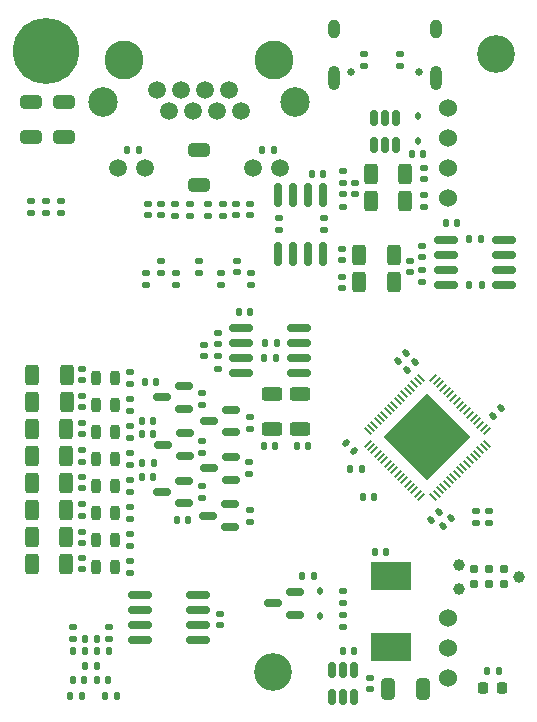
<source format=gbr>
%TF.GenerationSoftware,KiCad,Pcbnew,8.0.0*%
%TF.CreationDate,2024-03-22T12:56:57+01:00*%
%TF.ProjectId,WCH-ETH-LOW,5743482d-4554-4482-9d4c-4f572e6b6963,rev?*%
%TF.SameCoordinates,Original*%
%TF.FileFunction,Soldermask,Bot*%
%TF.FilePolarity,Negative*%
%FSLAX46Y46*%
G04 Gerber Fmt 4.6, Leading zero omitted, Abs format (unit mm)*
G04 Created by KiCad (PCBNEW 8.0.0) date 2024-03-22 12:56:57*
%MOMM*%
%LPD*%
G01*
G04 APERTURE LIST*
G04 Aperture macros list*
%AMRoundRect*
0 Rectangle with rounded corners*
0 $1 Rounding radius*
0 $2 $3 $4 $5 $6 $7 $8 $9 X,Y pos of 4 corners*
0 Add a 4 corners polygon primitive as box body*
4,1,4,$2,$3,$4,$5,$6,$7,$8,$9,$2,$3,0*
0 Add four circle primitives for the rounded corners*
1,1,$1+$1,$2,$3*
1,1,$1+$1,$4,$5*
1,1,$1+$1,$6,$7*
1,1,$1+$1,$8,$9*
0 Add four rect primitives between the rounded corners*
20,1,$1+$1,$2,$3,$4,$5,0*
20,1,$1+$1,$4,$5,$6,$7,0*
20,1,$1+$1,$6,$7,$8,$9,0*
20,1,$1+$1,$8,$9,$2,$3,0*%
%AMRotRect*
0 Rectangle, with rotation*
0 The origin of the aperture is its center*
0 $1 length*
0 $2 width*
0 $3 Rotation angle, in degrees counterclockwise*
0 Add horizontal line*
21,1,$1,$2,0,0,$3*%
G04 Aperture macros list end*
%ADD10C,0.650000*%
%ADD11O,1.000000X2.100000*%
%ADD12O,1.000000X1.600000*%
%ADD13C,3.200000*%
%ADD14C,3.600000*%
%ADD15C,5.600000*%
%ADD16C,2.500000*%
%ADD17C,1.520000*%
%ADD18C,3.300000*%
%ADD19C,1.524000*%
%ADD20RoundRect,0.140000X0.021213X-0.219203X0.219203X-0.021213X-0.021213X0.219203X-0.219203X0.021213X0*%
%ADD21RoundRect,0.250000X-0.312500X-0.625000X0.312500X-0.625000X0.312500X0.625000X-0.312500X0.625000X0*%
%ADD22RoundRect,0.112500X0.112500X-0.187500X0.112500X0.187500X-0.112500X0.187500X-0.112500X-0.187500X0*%
%ADD23RoundRect,0.140000X-0.170000X0.140000X-0.170000X-0.140000X0.170000X-0.140000X0.170000X0.140000X0*%
%ADD24RoundRect,0.140000X0.140000X0.170000X-0.140000X0.170000X-0.140000X-0.170000X0.140000X-0.170000X0*%
%ADD25RoundRect,0.150000X0.587500X0.150000X-0.587500X0.150000X-0.587500X-0.150000X0.587500X-0.150000X0*%
%ADD26RoundRect,0.140000X-0.140000X-0.170000X0.140000X-0.170000X0.140000X0.170000X-0.140000X0.170000X0*%
%ADD27RoundRect,0.250000X0.312500X0.625000X-0.312500X0.625000X-0.312500X-0.625000X0.312500X-0.625000X0*%
%ADD28RoundRect,0.250000X0.325000X0.650000X-0.325000X0.650000X-0.325000X-0.650000X0.325000X-0.650000X0*%
%ADD29RoundRect,0.135000X0.185000X-0.135000X0.185000X0.135000X-0.185000X0.135000X-0.185000X-0.135000X0*%
%ADD30RoundRect,0.147500X0.147500X0.172500X-0.147500X0.172500X-0.147500X-0.172500X0.147500X-0.172500X0*%
%ADD31RoundRect,0.250000X-0.625000X0.312500X-0.625000X-0.312500X0.625000X-0.312500X0.625000X0.312500X0*%
%ADD32RoundRect,0.147500X-0.147500X-0.172500X0.147500X-0.172500X0.147500X0.172500X-0.147500X0.172500X0*%
%ADD33RoundRect,0.135000X0.135000X0.185000X-0.135000X0.185000X-0.135000X-0.185000X0.135000X-0.185000X0*%
%ADD34RoundRect,0.135000X-0.135000X-0.185000X0.135000X-0.185000X0.135000X0.185000X-0.135000X0.185000X0*%
%ADD35RoundRect,0.218750X0.218750X0.256250X-0.218750X0.256250X-0.218750X-0.256250X0.218750X-0.256250X0*%
%ADD36RoundRect,0.050000X-0.220971X-0.291682X0.291682X0.220971X0.220971X0.291682X-0.291682X-0.220971X0*%
%ADD37RoundRect,0.050000X0.220971X-0.291682X0.291682X-0.220971X-0.220971X0.291682X-0.291682X0.220971X0*%
%ADD38RotRect,5.200000X5.200000X45.000000*%
%ADD39RoundRect,0.250000X0.650000X-0.325000X0.650000X0.325000X-0.650000X0.325000X-0.650000X-0.325000X0*%
%ADD40RoundRect,0.140000X-0.021213X0.219203X-0.219203X0.021213X0.021213X-0.219203X0.219203X-0.021213X0*%
%ADD41RoundRect,0.150000X0.150000X-0.512500X0.150000X0.512500X-0.150000X0.512500X-0.150000X-0.512500X0*%
%ADD42RoundRect,0.135000X-0.185000X0.135000X-0.185000X-0.135000X0.185000X-0.135000X0.185000X0.135000X0*%
%ADD43RoundRect,0.140000X0.219203X0.021213X0.021213X0.219203X-0.219203X-0.021213X-0.021213X-0.219203X0*%
%ADD44RoundRect,0.140000X0.170000X-0.140000X0.170000X0.140000X-0.170000X0.140000X-0.170000X-0.140000X0*%
%ADD45RoundRect,0.200000X-0.200000X-0.400000X0.200000X-0.400000X0.200000X0.400000X-0.200000X0.400000X0*%
%ADD46RoundRect,0.250000X-0.650000X0.325000X-0.650000X-0.325000X0.650000X-0.325000X0.650000X0.325000X0*%
%ADD47RoundRect,0.150000X0.825000X0.150000X-0.825000X0.150000X-0.825000X-0.150000X0.825000X-0.150000X0*%
%ADD48RoundRect,0.147500X-0.172500X0.147500X-0.172500X-0.147500X0.172500X-0.147500X0.172500X0.147500X0*%
%ADD49C,0.990600*%
%ADD50C,0.787400*%
%ADD51RoundRect,0.150000X0.150000X-0.825000X0.150000X0.825000X-0.150000X0.825000X-0.150000X-0.825000X0*%
%ADD52R,3.500000X2.350000*%
%ADD53RoundRect,0.147500X0.172500X-0.147500X0.172500X0.147500X-0.172500X0.147500X-0.172500X-0.147500X0*%
G04 APERTURE END LIST*
D10*
%TO.C,J10*%
X108554000Y-77224000D03*
X102774000Y-77224000D03*
D11*
X109984000Y-77754000D03*
D12*
X109984000Y-73574000D03*
D11*
X101344000Y-77754000D03*
D12*
X101344000Y-73574000D03*
%TD*%
D13*
%TO.C,H3*%
X96160000Y-128080000D03*
%TD*%
%TO.C,H2*%
X115062000Y-75692000D03*
%TD*%
D14*
%TO.C,H1*%
X76962000Y-75438000D03*
D15*
X76962000Y-75438000D03*
%TD*%
D16*
%TO.C,RJ1*%
X98046000Y-79835000D03*
X81786000Y-79835000D03*
D17*
X83056000Y-85405000D03*
X85346000Y-85405000D03*
X94486000Y-85405000D03*
X96776000Y-85405000D03*
X93486000Y-80595000D03*
X92466000Y-78805000D03*
X91446000Y-80595000D03*
X90426000Y-78805000D03*
X89406000Y-80595000D03*
X88386000Y-78805000D03*
X87366000Y-80595000D03*
X86346000Y-78805000D03*
D18*
X96266000Y-76265000D03*
X83566000Y-76265000D03*
%TD*%
D19*
%TO.C,U6*%
X110998000Y-80264000D03*
X110998000Y-82804000D03*
X110998000Y-85344000D03*
X110998000Y-87884000D03*
X110998000Y-123484000D03*
X110998000Y-126024000D03*
X110998000Y-128564000D03*
%TD*%
D20*
%TO.C,C21*%
X107510589Y-102519411D03*
X108189411Y-101840589D03*
%TD*%
D21*
%TO.C,R8*%
X75753500Y-116588000D03*
X78678500Y-116588000D03*
%TD*%
D22*
%TO.C,D5*%
X100205250Y-123300000D03*
X100205250Y-121200000D03*
%TD*%
D23*
%TO.C,C38*%
X89920000Y-93270000D03*
X89920000Y-94230000D03*
%TD*%
D24*
%TO.C,C15*%
X100440000Y-85860000D03*
X99480000Y-85860000D03*
%TD*%
D25*
%TO.C,Q2*%
X92553000Y-113858000D03*
X92553000Y-115758000D03*
X90678000Y-114808000D03*
%TD*%
D26*
%TO.C,C9*%
X102120000Y-126280000D03*
X103080000Y-126280000D03*
%TD*%
D23*
%TO.C,C20*%
X108777000Y-91952000D03*
X108777000Y-92912000D03*
%TD*%
D27*
%TO.C,R32*%
X106429500Y-94996000D03*
X103504500Y-94996000D03*
%TD*%
D28*
%TO.C,C14*%
X108885000Y-129530000D03*
X105935000Y-129530000D03*
%TD*%
D20*
%TO.C,C46*%
X114820589Y-106419411D03*
X115499411Y-105740589D03*
%TD*%
D29*
%TO.C,R56*%
X75692000Y-89156000D03*
X75692000Y-88136000D03*
%TD*%
D26*
%TO.C,C16*%
X93300000Y-97540000D03*
X94260000Y-97540000D03*
%TD*%
D29*
%TO.C,R49*%
X94200000Y-111320000D03*
X94200000Y-110300000D03*
%TD*%
D30*
%TO.C,D8*%
X96402500Y-108960000D03*
X95432500Y-108960000D03*
%TD*%
D31*
%TO.C,R25*%
X96080000Y-104547500D03*
X96080000Y-107472500D03*
%TD*%
D24*
%TO.C,C41*%
X108930000Y-84190000D03*
X107970000Y-84190000D03*
%TD*%
D32*
%TO.C,D24*%
X85085000Y-106780000D03*
X86055000Y-106780000D03*
%TD*%
D29*
%TO.C,R57*%
X114460000Y-115415000D03*
X114460000Y-114395000D03*
%TD*%
D25*
%TO.C,Q4*%
X88646000Y-111858000D03*
X88646000Y-113758000D03*
X86771000Y-112808000D03*
%TD*%
D26*
%TO.C,C6*%
X81300000Y-128740000D03*
X82260000Y-128740000D03*
%TD*%
D24*
%TO.C,C5*%
X80230000Y-128730000D03*
X79270000Y-128730000D03*
%TD*%
D33*
%TO.C,R65*%
X84838000Y-83820000D03*
X83818000Y-83820000D03*
%TD*%
D34*
%TO.C,R61*%
X95248000Y-83820000D03*
X96268000Y-83820000D03*
%TD*%
D29*
%TO.C,R48*%
X90170000Y-113286000D03*
X90170000Y-112266000D03*
%TD*%
D35*
%TO.C,D6*%
X115577500Y-129380000D03*
X114002500Y-129380000D03*
%TD*%
D29*
%TO.C,R16*%
X96660000Y-90610000D03*
X96660000Y-89590000D03*
%TD*%
D36*
%TO.C,IC2*%
X108731534Y-113237484D03*
X108448691Y-112954641D03*
X108165848Y-112671798D03*
X107883006Y-112388956D03*
X107600163Y-112106113D03*
X107317320Y-111823270D03*
X107034477Y-111540427D03*
X106751635Y-111257585D03*
X106468792Y-110974742D03*
X106185949Y-110691899D03*
X105903107Y-110409057D03*
X105620264Y-110126214D03*
X105337421Y-109843371D03*
X105054578Y-109560528D03*
X104771736Y-109277686D03*
X104488893Y-108994843D03*
X104206050Y-108712000D03*
D37*
X104206050Y-107669018D03*
X104488893Y-107386175D03*
X104771736Y-107103332D03*
X105054578Y-106820490D03*
X105337421Y-106537647D03*
X105620264Y-106254804D03*
X105903107Y-105971961D03*
X106185949Y-105689119D03*
X106468792Y-105406276D03*
X106751635Y-105123433D03*
X107034477Y-104840591D03*
X107317320Y-104557748D03*
X107600163Y-104274905D03*
X107883006Y-103992062D03*
X108165848Y-103709220D03*
X108448691Y-103426377D03*
X108731534Y-103143534D03*
D36*
X109774516Y-103143534D03*
X110057359Y-103426377D03*
X110340202Y-103709220D03*
X110623044Y-103992062D03*
X110905887Y-104274905D03*
X111188730Y-104557748D03*
X111471573Y-104840591D03*
X111754415Y-105123433D03*
X112037258Y-105406276D03*
X112320101Y-105689119D03*
X112602943Y-105971961D03*
X112885786Y-106254804D03*
X113168629Y-106537647D03*
X113451472Y-106820490D03*
X113734314Y-107103332D03*
X114017157Y-107386175D03*
X114300000Y-107669018D03*
D37*
X114300000Y-108712000D03*
X114017157Y-108994843D03*
X113734314Y-109277686D03*
X113451472Y-109560528D03*
X113168629Y-109843371D03*
X112885786Y-110126214D03*
X112602943Y-110409057D03*
X112320101Y-110691899D03*
X112037258Y-110974742D03*
X111754415Y-111257585D03*
X111471573Y-111540427D03*
X111188730Y-111823270D03*
X110905887Y-112106113D03*
X110623044Y-112388956D03*
X110340202Y-112671798D03*
X110057359Y-112954641D03*
X109774516Y-113237484D03*
D38*
X109253025Y-108190509D03*
%TD*%
D29*
%TO.C,R64*%
X90678000Y-89410000D03*
X90678000Y-88390000D03*
%TD*%
D39*
%TO.C,C35*%
X89916000Y-86819000D03*
X89916000Y-83869000D03*
%TD*%
D21*
%TO.C,R10*%
X75753500Y-114302000D03*
X78678500Y-114302000D03*
%TD*%
D40*
%TO.C,C8*%
X110260000Y-114530000D03*
X109581178Y-115208822D03*
%TD*%
D41*
%TO.C,U2*%
X106614000Y-83433500D03*
X105664000Y-83433500D03*
X104714000Y-83433500D03*
X104714000Y-81158500D03*
X105664000Y-81158500D03*
X106614000Y-81158500D03*
%TD*%
D21*
%TO.C,R37*%
X75815000Y-102872000D03*
X78740000Y-102872000D03*
%TD*%
D42*
%TO.C,R2*%
X82296000Y-124206000D03*
X82296000Y-125226000D03*
%TD*%
%TO.C,R45*%
X84074000Y-102614000D03*
X84074000Y-103634000D03*
%TD*%
D43*
%TO.C,C4*%
X103049411Y-109319411D03*
X102370589Y-108640589D03*
%TD*%
D44*
%TO.C,C25*%
X80040000Y-117130000D03*
X80040000Y-116170000D03*
%TD*%
D45*
%TO.C,D3*%
X81242000Y-119128000D03*
X82842000Y-119128000D03*
%TD*%
%TO.C,D14*%
X81242000Y-112270000D03*
X82842000Y-112270000D03*
%TD*%
D29*
%TO.C,R13*%
X102108000Y-124210000D03*
X102108000Y-123190000D03*
%TD*%
D44*
%TO.C,C30*%
X80030000Y-105610000D03*
X80030000Y-104650000D03*
%TD*%
D20*
%TO.C,C22*%
X106770589Y-101739411D03*
X107449411Y-101060589D03*
%TD*%
D42*
%TO.C,R43*%
X84074000Y-107188000D03*
X84074000Y-108208000D03*
%TD*%
D23*
%TO.C,C36*%
X85598000Y-88420000D03*
X85598000Y-89380000D03*
%TD*%
D29*
%TO.C,R15*%
X100480000Y-90650000D03*
X100480000Y-89630000D03*
%TD*%
D42*
%TO.C,R40*%
X84074000Y-114046000D03*
X84074000Y-115066000D03*
%TD*%
D46*
%TO.C,R59*%
X78486000Y-79805000D03*
X78486000Y-82755000D03*
%TD*%
D33*
%TO.C,R27*%
X113820000Y-91430000D03*
X112800000Y-91430000D03*
%TD*%
D29*
%TO.C,R52*%
X90170000Y-105412000D03*
X90170000Y-104392000D03*
%TD*%
D47*
%TO.C,U1*%
X89851000Y-121539000D03*
X89851000Y-122809000D03*
X89851000Y-124079000D03*
X89851000Y-125349000D03*
X84901000Y-125349000D03*
X84901000Y-124079000D03*
X84901000Y-122809000D03*
X84901000Y-121539000D03*
%TD*%
D33*
%TO.C,R14*%
X115334190Y-127950000D03*
X114314190Y-127950000D03*
%TD*%
D44*
%TO.C,C1*%
X91710000Y-124080000D03*
X91710000Y-123120000D03*
%TD*%
D25*
%TO.C,Q6*%
X92631500Y-109858000D03*
X92631500Y-111758000D03*
X90756500Y-110808000D03*
%TD*%
D30*
%TO.C,D2*%
X82955000Y-130070000D03*
X81985000Y-130070000D03*
%TD*%
D29*
%TO.C,R50*%
X90170000Y-109474000D03*
X90170000Y-108454000D03*
%TD*%
D41*
%TO.C,IC1*%
X103058000Y-130169500D03*
X102108000Y-130169500D03*
X101158000Y-130169500D03*
X101158000Y-127894500D03*
X102108000Y-127894500D03*
X103058000Y-127894500D03*
%TD*%
D42*
%TO.C,R68*%
X91821000Y-94232000D03*
X91821000Y-95252000D03*
%TD*%
D29*
%TO.C,R47*%
X78232000Y-89156000D03*
X78232000Y-88136000D03*
%TD*%
D42*
%TO.C,R39*%
X84074000Y-116332000D03*
X84074000Y-117352000D03*
%TD*%
D44*
%TO.C,C28*%
X80020000Y-110240000D03*
X80020000Y-109280000D03*
%TD*%
D34*
%TO.C,R6*%
X81276000Y-126238000D03*
X82296000Y-126238000D03*
%TD*%
D48*
%TO.C,D11*%
X102070000Y-92235000D03*
X102070000Y-93205000D03*
%TD*%
D42*
%TO.C,R67*%
X88011000Y-94232000D03*
X88011000Y-95252000D03*
%TD*%
D49*
%TO.C,J9*%
X117005000Y-120005000D03*
X111925000Y-118989000D03*
X111925000Y-121021000D03*
D50*
X115735000Y-120640000D03*
X115735000Y-119370000D03*
X114465000Y-120640000D03*
X114465000Y-119370000D03*
X113195000Y-120640000D03*
X113195000Y-119370000D03*
%TD*%
D31*
%TO.C,R26*%
X98500000Y-104547500D03*
X98500000Y-107472500D03*
%TD*%
D30*
%TO.C,D25*%
X86287500Y-103520000D03*
X85317500Y-103520000D03*
%TD*%
D42*
%TO.C,R44*%
X84074000Y-104900000D03*
X84074000Y-105920000D03*
%TD*%
D44*
%TO.C,C26*%
X80050000Y-114830000D03*
X80050000Y-113870000D03*
%TD*%
D25*
%TO.C,Q1*%
X98094750Y-121300000D03*
X98094750Y-123200000D03*
X96219750Y-122250000D03*
%TD*%
D29*
%TO.C,R29*%
X108777000Y-95000000D03*
X108777000Y-93980000D03*
%TD*%
D24*
%TO.C,C2*%
X103690000Y-110880000D03*
X102730000Y-110880000D03*
%TD*%
D21*
%TO.C,R24*%
X104455500Y-88138000D03*
X107380500Y-88138000D03*
%TD*%
D29*
%TO.C,R46*%
X94234000Y-115316000D03*
X94234000Y-114296000D03*
%TD*%
D44*
%TO.C,C29*%
X80010000Y-107930000D03*
X80010000Y-106970000D03*
%TD*%
D33*
%TO.C,R3*%
X113845000Y-95280000D03*
X112825000Y-95280000D03*
%TD*%
D44*
%TO.C,C11*%
X104394000Y-129512000D03*
X104394000Y-128552000D03*
%TD*%
D25*
%TO.C,Q8*%
X92631500Y-105858000D03*
X92631500Y-107758000D03*
X90756500Y-106808000D03*
%TD*%
D21*
%TO.C,R35*%
X75753500Y-107444000D03*
X78678500Y-107444000D03*
%TD*%
D26*
%TO.C,C12*%
X104830000Y-117900000D03*
X105790000Y-117900000D03*
%TD*%
D29*
%TO.C,R62*%
X87884000Y-89408000D03*
X87884000Y-88388000D03*
%TD*%
D23*
%TO.C,R30*%
X107761000Y-93246000D03*
X107761000Y-94206000D03*
%TD*%
%TO.C,C37*%
X94234000Y-88420000D03*
X94234000Y-89380000D03*
%TD*%
%TO.C,C17*%
X102108000Y-85654000D03*
X102108000Y-86614000D03*
%TD*%
D33*
%TO.C,R11*%
X99699250Y-119964000D03*
X98679250Y-119964000D03*
%TD*%
D21*
%TO.C,R36*%
X75815000Y-105158000D03*
X78740000Y-105158000D03*
%TD*%
D23*
%TO.C,C39*%
X93110000Y-93260000D03*
X93110000Y-94220000D03*
%TD*%
D24*
%TO.C,C23*%
X104765000Y-113230000D03*
X103805000Y-113230000D03*
%TD*%
D27*
%TO.C,R31*%
X106429500Y-92710000D03*
X103504500Y-92710000D03*
%TD*%
D33*
%TO.C,R17*%
X96495000Y-100215000D03*
X95475000Y-100215000D03*
%TD*%
D51*
%TO.C,U3*%
X100457000Y-92645000D03*
X99187000Y-92645000D03*
X97917000Y-92645000D03*
X96647000Y-92645000D03*
X96647000Y-87695000D03*
X97917000Y-87695000D03*
X99187000Y-87695000D03*
X100457000Y-87695000D03*
%TD*%
D52*
%TO.C,L3*%
X106172000Y-125961000D03*
X106172000Y-119911000D03*
%TD*%
D42*
%TO.C,R71*%
X103914000Y-75690000D03*
X103914000Y-76710000D03*
%TD*%
D23*
%TO.C,C33*%
X93091000Y-88422000D03*
X93091000Y-89382000D03*
%TD*%
D21*
%TO.C,R34*%
X75753500Y-109730000D03*
X78678500Y-109730000D03*
%TD*%
D44*
%TO.C,C24*%
X80040000Y-119330000D03*
X80040000Y-118370000D03*
%TD*%
D23*
%TO.C,R21*%
X103124000Y-86642000D03*
X103124000Y-87602000D03*
%TD*%
D29*
%TO.C,R55*%
X76962000Y-89156000D03*
X76962000Y-88136000D03*
%TD*%
D42*
%TO.C,R58*%
X113410000Y-114395000D03*
X113410000Y-115415000D03*
%TD*%
%TO.C,R1*%
X79248000Y-124206000D03*
X79248000Y-125226000D03*
%TD*%
D26*
%TO.C,C19*%
X110810000Y-90030000D03*
X111770000Y-90030000D03*
%TD*%
D23*
%TO.C,C40*%
X86740000Y-93280000D03*
X86740000Y-94240000D03*
%TD*%
D45*
%TO.C,D16*%
X81242000Y-107698000D03*
X82842000Y-107698000D03*
%TD*%
D46*
%TO.C,C32*%
X75692000Y-79805000D03*
X75692000Y-82755000D03*
%TD*%
D23*
%TO.C,C34*%
X86741000Y-88422000D03*
X86741000Y-89382000D03*
%TD*%
D25*
%TO.C,Q7*%
X88743000Y-107858000D03*
X88743000Y-109758000D03*
X86868000Y-108808000D03*
%TD*%
D53*
%TO.C,D12*%
X102030000Y-95575000D03*
X102030000Y-94605000D03*
%TD*%
D24*
%TO.C,C3*%
X81252000Y-125222000D03*
X80292000Y-125222000D03*
%TD*%
D21*
%TO.C,R23*%
X104455500Y-85852000D03*
X107380500Y-85852000D03*
%TD*%
D23*
%TO.C,R22*%
X90330000Y-100380000D03*
X90330000Y-101340000D03*
%TD*%
D29*
%TO.C,R63*%
X89154000Y-89410000D03*
X89154000Y-88390000D03*
%TD*%
D30*
%TO.C,D21*%
X86055000Y-111540000D03*
X85085000Y-111540000D03*
%TD*%
D34*
%TO.C,R5*%
X79244000Y-126238000D03*
X80264000Y-126238000D03*
%TD*%
D40*
%TO.C,C7*%
X111279411Y-115030589D03*
X110600589Y-115709411D03*
%TD*%
D45*
%TO.C,D13*%
X81242000Y-114556000D03*
X82842000Y-114556000D03*
%TD*%
D32*
%TO.C,D1*%
X79017000Y-130048000D03*
X79987000Y-130048000D03*
%TD*%
D29*
%TO.C,R12*%
X102108000Y-122178000D03*
X102108000Y-121158000D03*
%TD*%
D25*
%TO.C,Q9*%
X88646000Y-103858000D03*
X88646000Y-105758000D03*
X86771000Y-104808000D03*
%TD*%
D45*
%TO.C,D15*%
X81242000Y-109984000D03*
X82842000Y-109984000D03*
%TD*%
D32*
%TO.C,D22*%
X85105000Y-110360000D03*
X86075000Y-110360000D03*
%TD*%
D42*
%TO.C,R38*%
X84074000Y-118618000D03*
X84074000Y-119638000D03*
%TD*%
D32*
%TO.C,D20*%
X88045000Y-115150000D03*
X89015000Y-115150000D03*
%TD*%
D33*
%TO.C,R\u00EA1*%
X96470000Y-101490000D03*
X95450000Y-101490000D03*
%TD*%
D42*
%TO.C,R42*%
X84074000Y-109474000D03*
X84074000Y-110494000D03*
%TD*%
D29*
%TO.C,R60*%
X91948000Y-89410000D03*
X91948000Y-88390000D03*
%TD*%
D45*
%TO.C,D18*%
X81242000Y-103124000D03*
X82842000Y-103124000D03*
%TD*%
D42*
%TO.C,R66*%
X85471000Y-94232000D03*
X85471000Y-95252000D03*
%TD*%
D29*
%TO.C,R51*%
X94234000Y-107442000D03*
X94234000Y-106422000D03*
%TD*%
D44*
%TO.C,C27*%
X80040000Y-112500000D03*
X80040000Y-111540000D03*
%TD*%
D29*
%TO.C,R20*%
X91510000Y-102360000D03*
X91510000Y-101340000D03*
%TD*%
D47*
%TO.C,U4*%
X98410000Y-98945000D03*
X98410000Y-100215000D03*
X98410000Y-101485000D03*
X98410000Y-102755000D03*
X93460000Y-102755000D03*
X93460000Y-101485000D03*
X93460000Y-100215000D03*
X93460000Y-98945000D03*
%TD*%
D44*
%TO.C,C31*%
X80010000Y-103350000D03*
X80010000Y-102390000D03*
%TD*%
D23*
%TO.C,C18*%
X91500000Y-99330000D03*
X91500000Y-100290000D03*
%TD*%
D45*
%TO.C,D17*%
X81242000Y-105410000D03*
X82842000Y-105410000D03*
%TD*%
D42*
%TO.C,R41*%
X84074000Y-111760000D03*
X84074000Y-112780000D03*
%TD*%
D48*
%TO.C,D7*%
X108966000Y-85367000D03*
X108966000Y-86337000D03*
%TD*%
D47*
%TO.C,U5*%
X115759000Y-91440000D03*
X115759000Y-92710000D03*
X115759000Y-93980000D03*
X115759000Y-95250000D03*
X110809000Y-95250000D03*
X110809000Y-93980000D03*
X110809000Y-92710000D03*
X110809000Y-91440000D03*
%TD*%
D42*
%TO.C,R70*%
X106914000Y-75690000D03*
X106914000Y-76710000D03*
%TD*%
D34*
%TO.C,R9*%
X80262000Y-127508000D03*
X81282000Y-127508000D03*
%TD*%
D22*
%TO.C,D28*%
X108458000Y-83092000D03*
X108458000Y-80992000D03*
%TD*%
D42*
%TO.C,R69*%
X94361000Y-94232000D03*
X94361000Y-95252000D03*
%TD*%
D32*
%TO.C,D10*%
X98185000Y-108920000D03*
X99155000Y-108920000D03*
%TD*%
D21*
%TO.C,R7*%
X75753500Y-118874000D03*
X78678500Y-118874000D03*
%TD*%
D45*
%TO.C,D4*%
X81242000Y-116842000D03*
X82842000Y-116842000D03*
%TD*%
D30*
%TO.C,D23*%
X86055000Y-107900000D03*
X85085000Y-107900000D03*
%TD*%
D21*
%TO.C,R33*%
X75753500Y-112016000D03*
X78678500Y-112016000D03*
%TD*%
D53*
%TO.C,D9*%
X108966000Y-88655000D03*
X108966000Y-87685000D03*
%TD*%
D29*
%TO.C,R19*%
X102108000Y-88644000D03*
X102108000Y-87624000D03*
%TD*%
M02*

</source>
